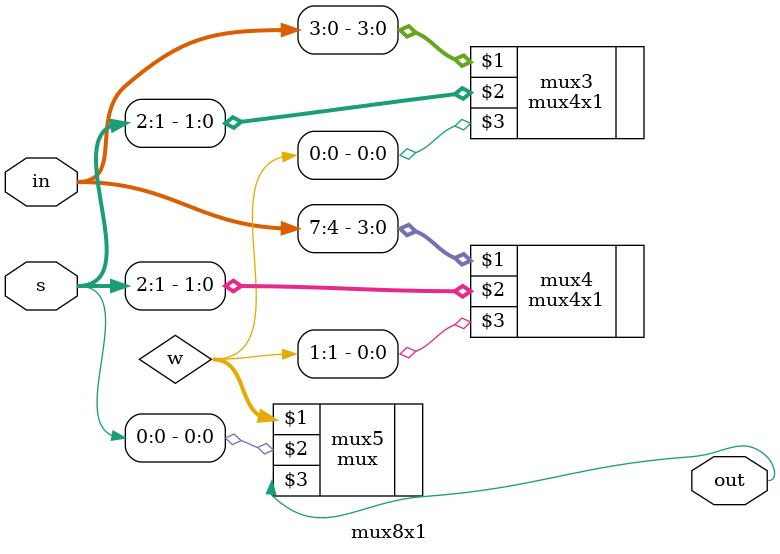
<source format=v>
module mux8x1(input [7:0]in,input [2:0]s,output out);
wire [1:0]w;
mux4x1 mux3(in[3:0],s[2:1],w[0]);
mux4x1 mux4(in[7:4],s[2:1],w[1]);
mux mux5(w[1:0],s[0],out);
endmodule

</source>
